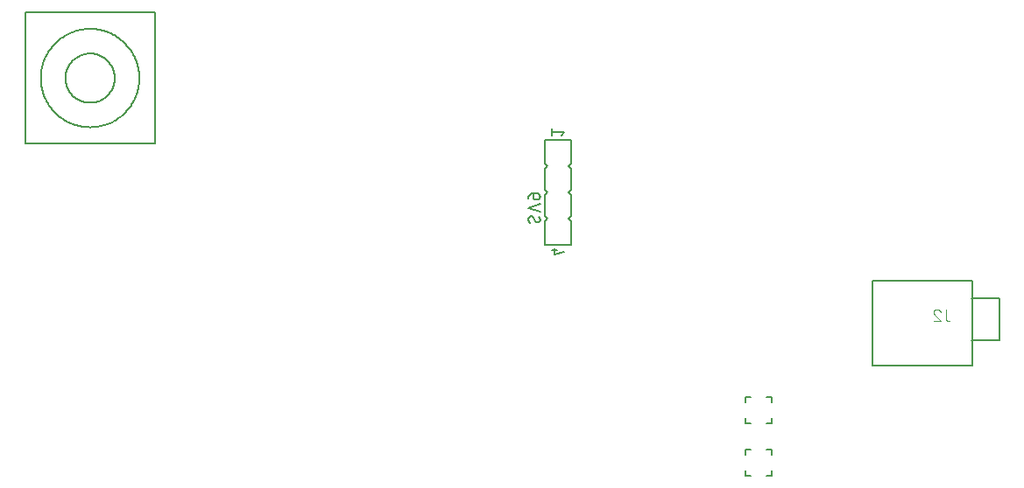
<source format=gbr>
G04 EAGLE Gerber RS-274X export*
G75*
%MOMM*%
%FSLAX34Y34*%
%LPD*%
%INSilkscreen Bottom*%
%IPPOS*%
%AMOC8*
5,1,8,0,0,1.08239X$1,22.5*%
G01*
%ADD10C,0.127000*%
%ADD11C,0.152400*%
%ADD12C,0.101600*%


D10*
X38760Y339710D02*
X38760Y466740D01*
X164440Y466740D01*
X164440Y339710D01*
X38760Y339710D01*
X77800Y402590D02*
X77807Y403174D01*
X77829Y403758D01*
X77864Y404341D01*
X77915Y404923D01*
X77979Y405503D01*
X78058Y406082D01*
X78150Y406659D01*
X78257Y407233D01*
X78378Y407805D01*
X78513Y408373D01*
X78662Y408938D01*
X78825Y409499D01*
X79001Y410056D01*
X79191Y410608D01*
X79395Y411156D01*
X79612Y411698D01*
X79842Y412235D01*
X80085Y412766D01*
X80341Y413291D01*
X80610Y413809D01*
X80892Y414321D01*
X81186Y414826D01*
X81492Y415323D01*
X81811Y415813D01*
X82141Y416294D01*
X82484Y416768D01*
X82837Y417233D01*
X83202Y417689D01*
X83578Y418136D01*
X83965Y418573D01*
X84363Y419001D01*
X84771Y419419D01*
X85189Y419827D01*
X85617Y420225D01*
X86054Y420612D01*
X86501Y420988D01*
X86957Y421353D01*
X87422Y421706D01*
X87896Y422049D01*
X88377Y422379D01*
X88867Y422698D01*
X89364Y423004D01*
X89869Y423298D01*
X90381Y423580D01*
X90899Y423849D01*
X91424Y424105D01*
X91955Y424348D01*
X92492Y424578D01*
X93034Y424795D01*
X93582Y424999D01*
X94134Y425189D01*
X94691Y425365D01*
X95252Y425528D01*
X95817Y425677D01*
X96385Y425812D01*
X96957Y425933D01*
X97531Y426040D01*
X98108Y426132D01*
X98687Y426211D01*
X99267Y426275D01*
X99849Y426326D01*
X100432Y426361D01*
X101016Y426383D01*
X101600Y426390D01*
X102184Y426383D01*
X102768Y426361D01*
X103351Y426326D01*
X103933Y426275D01*
X104513Y426211D01*
X105092Y426132D01*
X105669Y426040D01*
X106243Y425933D01*
X106815Y425812D01*
X107383Y425677D01*
X107948Y425528D01*
X108509Y425365D01*
X109066Y425189D01*
X109618Y424999D01*
X110166Y424795D01*
X110708Y424578D01*
X111245Y424348D01*
X111776Y424105D01*
X112301Y423849D01*
X112819Y423580D01*
X113331Y423298D01*
X113836Y423004D01*
X114333Y422698D01*
X114823Y422379D01*
X115304Y422049D01*
X115778Y421706D01*
X116243Y421353D01*
X116699Y420988D01*
X117146Y420612D01*
X117583Y420225D01*
X118011Y419827D01*
X118429Y419419D01*
X118837Y419001D01*
X119235Y418573D01*
X119622Y418136D01*
X119998Y417689D01*
X120363Y417233D01*
X120716Y416768D01*
X121059Y416294D01*
X121389Y415813D01*
X121708Y415323D01*
X122014Y414826D01*
X122308Y414321D01*
X122590Y413809D01*
X122859Y413291D01*
X123115Y412766D01*
X123358Y412235D01*
X123588Y411698D01*
X123805Y411156D01*
X124009Y410608D01*
X124199Y410056D01*
X124375Y409499D01*
X124538Y408938D01*
X124687Y408373D01*
X124822Y407805D01*
X124943Y407233D01*
X125050Y406659D01*
X125142Y406082D01*
X125221Y405503D01*
X125285Y404923D01*
X125336Y404341D01*
X125371Y403758D01*
X125393Y403174D01*
X125400Y402590D01*
X125393Y402006D01*
X125371Y401422D01*
X125336Y400839D01*
X125285Y400257D01*
X125221Y399677D01*
X125142Y399098D01*
X125050Y398521D01*
X124943Y397947D01*
X124822Y397375D01*
X124687Y396807D01*
X124538Y396242D01*
X124375Y395681D01*
X124199Y395124D01*
X124009Y394572D01*
X123805Y394024D01*
X123588Y393482D01*
X123358Y392945D01*
X123115Y392414D01*
X122859Y391889D01*
X122590Y391371D01*
X122308Y390859D01*
X122014Y390354D01*
X121708Y389857D01*
X121389Y389367D01*
X121059Y388886D01*
X120716Y388412D01*
X120363Y387947D01*
X119998Y387491D01*
X119622Y387044D01*
X119235Y386607D01*
X118837Y386179D01*
X118429Y385761D01*
X118011Y385353D01*
X117583Y384955D01*
X117146Y384568D01*
X116699Y384192D01*
X116243Y383827D01*
X115778Y383474D01*
X115304Y383131D01*
X114823Y382801D01*
X114333Y382482D01*
X113836Y382176D01*
X113331Y381882D01*
X112819Y381600D01*
X112301Y381331D01*
X111776Y381075D01*
X111245Y380832D01*
X110708Y380602D01*
X110166Y380385D01*
X109618Y380181D01*
X109066Y379991D01*
X108509Y379815D01*
X107948Y379652D01*
X107383Y379503D01*
X106815Y379368D01*
X106243Y379247D01*
X105669Y379140D01*
X105092Y379048D01*
X104513Y378969D01*
X103933Y378905D01*
X103351Y378854D01*
X102768Y378819D01*
X102184Y378797D01*
X101600Y378790D01*
X101016Y378797D01*
X100432Y378819D01*
X99849Y378854D01*
X99267Y378905D01*
X98687Y378969D01*
X98108Y379048D01*
X97531Y379140D01*
X96957Y379247D01*
X96385Y379368D01*
X95817Y379503D01*
X95252Y379652D01*
X94691Y379815D01*
X94134Y379991D01*
X93582Y380181D01*
X93034Y380385D01*
X92492Y380602D01*
X91955Y380832D01*
X91424Y381075D01*
X90899Y381331D01*
X90381Y381600D01*
X89869Y381882D01*
X89364Y382176D01*
X88867Y382482D01*
X88377Y382801D01*
X87896Y383131D01*
X87422Y383474D01*
X86957Y383827D01*
X86501Y384192D01*
X86054Y384568D01*
X85617Y384955D01*
X85189Y385353D01*
X84771Y385761D01*
X84363Y386179D01*
X83965Y386607D01*
X83578Y387044D01*
X83202Y387491D01*
X82837Y387947D01*
X82484Y388412D01*
X82141Y388886D01*
X81811Y389367D01*
X81492Y389857D01*
X81186Y390354D01*
X80892Y390859D01*
X80610Y391371D01*
X80341Y391889D01*
X80085Y392414D01*
X79842Y392945D01*
X79612Y393482D01*
X79395Y394024D01*
X79191Y394572D01*
X79001Y395124D01*
X78825Y395681D01*
X78662Y396242D01*
X78513Y396807D01*
X78378Y397375D01*
X78257Y397947D01*
X78150Y398521D01*
X78058Y399098D01*
X77979Y399677D01*
X77915Y400257D01*
X77864Y400839D01*
X77829Y401422D01*
X77807Y402006D01*
X77800Y402590D01*
X54000Y402590D02*
X54014Y403758D01*
X54057Y404926D01*
X54129Y406092D01*
X54229Y407256D01*
X54358Y408417D01*
X54515Y409574D01*
X54701Y410728D01*
X54915Y411876D01*
X55157Y413019D01*
X55427Y414156D01*
X55724Y415286D01*
X56050Y416408D01*
X56402Y417521D01*
X56783Y418626D01*
X57190Y419721D01*
X57623Y420806D01*
X58084Y421879D01*
X58570Y422942D01*
X59083Y423991D01*
X59621Y425028D01*
X60184Y426052D01*
X60772Y427061D01*
X61385Y428056D01*
X62022Y429035D01*
X62683Y429998D01*
X63367Y430945D01*
X64075Y431875D01*
X64805Y432787D01*
X65557Y433681D01*
X66331Y434556D01*
X67126Y435412D01*
X67942Y436248D01*
X68778Y437064D01*
X69634Y437859D01*
X70509Y438633D01*
X71403Y439385D01*
X72315Y440115D01*
X73245Y440823D01*
X74192Y441507D01*
X75155Y442168D01*
X76134Y442805D01*
X77129Y443418D01*
X78138Y444006D01*
X79162Y444569D01*
X80199Y445107D01*
X81248Y445620D01*
X82311Y446106D01*
X83384Y446567D01*
X84469Y447000D01*
X85564Y447407D01*
X86669Y447788D01*
X87782Y448140D01*
X88904Y448466D01*
X90034Y448763D01*
X91171Y449033D01*
X92314Y449275D01*
X93462Y449489D01*
X94616Y449675D01*
X95773Y449832D01*
X96934Y449961D01*
X98098Y450061D01*
X99264Y450133D01*
X100432Y450176D01*
X101600Y450190D01*
X102768Y450176D01*
X103936Y450133D01*
X105102Y450061D01*
X106266Y449961D01*
X107427Y449832D01*
X108584Y449675D01*
X109738Y449489D01*
X110886Y449275D01*
X112029Y449033D01*
X113166Y448763D01*
X114296Y448466D01*
X115418Y448140D01*
X116531Y447788D01*
X117636Y447407D01*
X118731Y447000D01*
X119816Y446567D01*
X120889Y446106D01*
X121952Y445620D01*
X123001Y445107D01*
X124038Y444569D01*
X125062Y444006D01*
X126071Y443418D01*
X127066Y442805D01*
X128045Y442168D01*
X129008Y441507D01*
X129955Y440823D01*
X130885Y440115D01*
X131797Y439385D01*
X132691Y438633D01*
X133566Y437859D01*
X134422Y437064D01*
X135258Y436248D01*
X136074Y435412D01*
X136869Y434556D01*
X137643Y433681D01*
X138395Y432787D01*
X139125Y431875D01*
X139833Y430945D01*
X140517Y429998D01*
X141178Y429035D01*
X141815Y428056D01*
X142428Y427061D01*
X143016Y426052D01*
X143579Y425028D01*
X144117Y423991D01*
X144630Y422942D01*
X145116Y421879D01*
X145577Y420806D01*
X146010Y419721D01*
X146417Y418626D01*
X146798Y417521D01*
X147150Y416408D01*
X147476Y415286D01*
X147773Y414156D01*
X148043Y413019D01*
X148285Y411876D01*
X148499Y410728D01*
X148685Y409574D01*
X148842Y408417D01*
X148971Y407256D01*
X149071Y406092D01*
X149143Y404926D01*
X149186Y403758D01*
X149200Y402590D01*
X149186Y401422D01*
X149143Y400254D01*
X149071Y399088D01*
X148971Y397924D01*
X148842Y396763D01*
X148685Y395606D01*
X148499Y394452D01*
X148285Y393304D01*
X148043Y392161D01*
X147773Y391024D01*
X147476Y389894D01*
X147150Y388772D01*
X146798Y387659D01*
X146417Y386554D01*
X146010Y385459D01*
X145577Y384374D01*
X145116Y383301D01*
X144630Y382238D01*
X144117Y381189D01*
X143579Y380152D01*
X143016Y379128D01*
X142428Y378119D01*
X141815Y377124D01*
X141178Y376145D01*
X140517Y375182D01*
X139833Y374235D01*
X139125Y373305D01*
X138395Y372393D01*
X137643Y371499D01*
X136869Y370624D01*
X136074Y369768D01*
X135258Y368932D01*
X134422Y368116D01*
X133566Y367321D01*
X132691Y366547D01*
X131797Y365795D01*
X130885Y365065D01*
X129955Y364357D01*
X129008Y363673D01*
X128045Y363012D01*
X127066Y362375D01*
X126071Y361762D01*
X125062Y361174D01*
X124038Y360611D01*
X123001Y360073D01*
X121952Y359560D01*
X120889Y359074D01*
X119816Y358613D01*
X118731Y358180D01*
X117636Y357773D01*
X116531Y357392D01*
X115418Y357040D01*
X114296Y356714D01*
X113166Y356417D01*
X112029Y356147D01*
X110886Y355905D01*
X109738Y355691D01*
X108584Y355505D01*
X107427Y355348D01*
X106266Y355219D01*
X105102Y355119D01*
X103936Y355047D01*
X102768Y355004D01*
X101600Y354990D01*
X100432Y355004D01*
X99264Y355047D01*
X98098Y355119D01*
X96934Y355219D01*
X95773Y355348D01*
X94616Y355505D01*
X93462Y355691D01*
X92314Y355905D01*
X91171Y356147D01*
X90034Y356417D01*
X88904Y356714D01*
X87782Y357040D01*
X86669Y357392D01*
X85564Y357773D01*
X84469Y358180D01*
X83384Y358613D01*
X82311Y359074D01*
X81248Y359560D01*
X80199Y360073D01*
X79162Y360611D01*
X78138Y361174D01*
X77129Y361762D01*
X76134Y362375D01*
X75155Y363012D01*
X74192Y363673D01*
X73245Y364357D01*
X72315Y365065D01*
X71403Y365795D01*
X70509Y366547D01*
X69634Y367321D01*
X68778Y368116D01*
X67942Y368932D01*
X67126Y369768D01*
X66331Y370624D01*
X65557Y371499D01*
X64805Y372393D01*
X64075Y373305D01*
X63367Y374235D01*
X62683Y375182D01*
X62022Y376145D01*
X61385Y377124D01*
X60772Y378119D01*
X60184Y379128D01*
X59621Y380152D01*
X59083Y381189D01*
X58570Y382238D01*
X58084Y383301D01*
X57623Y384374D01*
X57190Y385459D01*
X56783Y386554D01*
X56402Y387659D01*
X56050Y388772D01*
X55724Y389894D01*
X55427Y391024D01*
X55157Y392161D01*
X54915Y393304D01*
X54701Y394452D01*
X54515Y395606D01*
X54358Y396763D01*
X54229Y397924D01*
X54129Y399088D01*
X54057Y400254D01*
X54014Y401422D01*
X54000Y402590D01*
D11*
X760730Y22860D02*
X760730Y17780D01*
X755650Y17780D01*
X740410Y17780D02*
X735330Y17780D01*
X735330Y22860D01*
X735330Y38100D02*
X735330Y43180D01*
X740410Y43180D01*
X755650Y43180D02*
X760730Y43180D01*
X760730Y38100D01*
X760730Y68580D02*
X760730Y73660D01*
X760730Y68580D02*
X755650Y68580D01*
X740410Y68580D02*
X735330Y68580D01*
X735330Y73660D01*
X735330Y88900D02*
X735330Y93980D01*
X740410Y93980D01*
X755650Y93980D02*
X760730Y93980D01*
X760730Y88900D01*
D10*
X954160Y124150D02*
X954160Y206050D01*
X954160Y124150D02*
X858130Y124150D01*
X858130Y206050D01*
X954160Y206050D01*
X953770Y189230D02*
X980440Y189230D01*
X980440Y148590D01*
X953770Y148590D01*
D12*
X928817Y169794D02*
X928817Y178882D01*
X928818Y169794D02*
X928820Y169695D01*
X928826Y169595D01*
X928835Y169496D01*
X928848Y169398D01*
X928865Y169300D01*
X928886Y169202D01*
X928911Y169106D01*
X928939Y169011D01*
X928971Y168917D01*
X929006Y168824D01*
X929045Y168732D01*
X929088Y168642D01*
X929133Y168554D01*
X929183Y168467D01*
X929235Y168383D01*
X929291Y168300D01*
X929349Y168220D01*
X929411Y168142D01*
X929476Y168067D01*
X929544Y167994D01*
X929614Y167924D01*
X929687Y167856D01*
X929762Y167791D01*
X929840Y167729D01*
X929920Y167671D01*
X930003Y167615D01*
X930087Y167563D01*
X930174Y167513D01*
X930262Y167468D01*
X930352Y167425D01*
X930444Y167386D01*
X930537Y167351D01*
X930631Y167319D01*
X930726Y167291D01*
X930822Y167266D01*
X930920Y167245D01*
X931018Y167228D01*
X931116Y167215D01*
X931215Y167206D01*
X931315Y167200D01*
X931414Y167198D01*
X932712Y167198D01*
X919974Y178882D02*
X919867Y178880D01*
X919761Y178874D01*
X919655Y178864D01*
X919549Y178851D01*
X919443Y178833D01*
X919339Y178812D01*
X919235Y178787D01*
X919132Y178758D01*
X919031Y178726D01*
X918931Y178689D01*
X918832Y178649D01*
X918734Y178606D01*
X918638Y178559D01*
X918544Y178508D01*
X918452Y178454D01*
X918362Y178397D01*
X918274Y178337D01*
X918189Y178273D01*
X918106Y178206D01*
X918025Y178136D01*
X917947Y178064D01*
X917871Y177988D01*
X917799Y177910D01*
X917729Y177829D01*
X917662Y177746D01*
X917598Y177661D01*
X917538Y177573D01*
X917481Y177483D01*
X917427Y177391D01*
X917376Y177297D01*
X917329Y177201D01*
X917286Y177103D01*
X917246Y177004D01*
X917209Y176904D01*
X917177Y176803D01*
X917148Y176700D01*
X917123Y176596D01*
X917102Y176492D01*
X917084Y176386D01*
X917071Y176280D01*
X917061Y176174D01*
X917055Y176068D01*
X917053Y175961D01*
X919974Y178882D02*
X920095Y178880D01*
X920216Y178874D01*
X920336Y178864D01*
X920457Y178851D01*
X920576Y178833D01*
X920696Y178812D01*
X920814Y178787D01*
X920931Y178758D01*
X921048Y178725D01*
X921163Y178689D01*
X921277Y178648D01*
X921390Y178605D01*
X921502Y178557D01*
X921611Y178506D01*
X921719Y178451D01*
X921826Y178393D01*
X921930Y178332D01*
X922032Y178267D01*
X922132Y178199D01*
X922230Y178128D01*
X922326Y178054D01*
X922419Y177977D01*
X922509Y177896D01*
X922597Y177813D01*
X922682Y177727D01*
X922765Y177638D01*
X922844Y177547D01*
X922921Y177453D01*
X922994Y177357D01*
X923064Y177259D01*
X923131Y177158D01*
X923195Y177055D01*
X923256Y176950D01*
X923313Y176843D01*
X923366Y176735D01*
X923416Y176625D01*
X923462Y176513D01*
X923505Y176400D01*
X923544Y176285D01*
X918027Y173689D02*
X917948Y173767D01*
X917872Y173847D01*
X917799Y173930D01*
X917729Y174016D01*
X917662Y174103D01*
X917598Y174194D01*
X917538Y174286D01*
X917480Y174380D01*
X917426Y174477D01*
X917376Y174575D01*
X917329Y174675D01*
X917285Y174776D01*
X917245Y174879D01*
X917209Y174984D01*
X917177Y175089D01*
X917148Y175196D01*
X917123Y175303D01*
X917101Y175412D01*
X917084Y175521D01*
X917070Y175630D01*
X917061Y175740D01*
X917055Y175851D01*
X917053Y175961D01*
X918027Y173689D02*
X923544Y167198D01*
X917053Y167198D01*
D11*
X566420Y342900D02*
X541020Y342900D01*
X566420Y342900D02*
X566420Y320040D01*
X563880Y317500D01*
X566420Y314960D01*
X566420Y294640D01*
X563880Y292100D01*
X566420Y289560D01*
X566420Y269240D01*
X563880Y266700D01*
X566420Y264160D01*
X566420Y241300D02*
X541020Y241300D01*
X541020Y264160D02*
X543560Y266700D01*
X541020Y269240D01*
X541020Y289560D01*
X543560Y292100D01*
X541020Y294640D01*
X541020Y314960D01*
X543560Y317500D01*
X541020Y320040D01*
X541020Y342900D01*
D10*
X556895Y347345D02*
X559435Y350520D01*
X548005Y350520D01*
X548005Y347345D02*
X548005Y353695D01*
X559435Y234315D02*
X550545Y231775D01*
X550545Y238125D01*
X553085Y236220D02*
X548005Y236220D01*
D11*
X566420Y241300D02*
X566420Y264160D01*
X541020Y264160D02*
X541020Y241300D01*
D10*
X525145Y266446D02*
X525147Y266546D01*
X525153Y266645D01*
X525163Y266745D01*
X525176Y266843D01*
X525194Y266942D01*
X525215Y267039D01*
X525240Y267135D01*
X525269Y267231D01*
X525302Y267325D01*
X525338Y267418D01*
X525378Y267509D01*
X525422Y267599D01*
X525469Y267687D01*
X525519Y267773D01*
X525573Y267857D01*
X525630Y267939D01*
X525690Y268018D01*
X525754Y268096D01*
X525820Y268170D01*
X525889Y268242D01*
X525961Y268311D01*
X526035Y268377D01*
X526113Y268441D01*
X526192Y268501D01*
X526274Y268558D01*
X526358Y268612D01*
X526444Y268662D01*
X526532Y268709D01*
X526622Y268753D01*
X526713Y268793D01*
X526806Y268829D01*
X526900Y268862D01*
X526996Y268891D01*
X527092Y268916D01*
X527189Y268937D01*
X527288Y268955D01*
X527386Y268968D01*
X527486Y268978D01*
X527585Y268984D01*
X527685Y268986D01*
X525145Y266446D02*
X525147Y266305D01*
X525152Y266164D01*
X525162Y266023D01*
X525175Y265882D01*
X525191Y265742D01*
X525212Y265602D01*
X525236Y265463D01*
X525264Y265324D01*
X525295Y265187D01*
X525330Y265050D01*
X525368Y264914D01*
X525410Y264779D01*
X525456Y264646D01*
X525505Y264513D01*
X525558Y264382D01*
X525614Y264253D01*
X525673Y264124D01*
X525736Y263998D01*
X525802Y263873D01*
X525871Y263750D01*
X525944Y263629D01*
X526020Y263510D01*
X526099Y263392D01*
X526180Y263277D01*
X526265Y263165D01*
X526353Y263054D01*
X526444Y262946D01*
X526537Y262840D01*
X526634Y262737D01*
X526733Y262636D01*
X534035Y262954D02*
X534135Y262956D01*
X534234Y262962D01*
X534334Y262972D01*
X534432Y262985D01*
X534531Y263003D01*
X534628Y263024D01*
X534724Y263049D01*
X534820Y263078D01*
X534914Y263111D01*
X535007Y263147D01*
X535098Y263187D01*
X535188Y263231D01*
X535276Y263278D01*
X535362Y263328D01*
X535446Y263382D01*
X535528Y263439D01*
X535607Y263499D01*
X535685Y263563D01*
X535759Y263629D01*
X535831Y263698D01*
X535900Y263770D01*
X535966Y263844D01*
X536030Y263922D01*
X536090Y264001D01*
X536147Y264083D01*
X536201Y264167D01*
X536251Y264253D01*
X536298Y264341D01*
X536342Y264431D01*
X536382Y264522D01*
X536418Y264615D01*
X536451Y264709D01*
X536480Y264805D01*
X536505Y264901D01*
X536526Y264998D01*
X536544Y265097D01*
X536557Y265195D01*
X536567Y265295D01*
X536573Y265394D01*
X536575Y265494D01*
X536576Y265494D02*
X536574Y265627D01*
X536569Y265760D01*
X536559Y265893D01*
X536546Y266026D01*
X536529Y266158D01*
X536509Y266290D01*
X536485Y266421D01*
X536457Y266551D01*
X536426Y266681D01*
X536391Y266809D01*
X536352Y266937D01*
X536310Y267063D01*
X536264Y267188D01*
X536215Y267312D01*
X536163Y267435D01*
X536107Y267556D01*
X536047Y267675D01*
X535985Y267793D01*
X535919Y267908D01*
X535850Y268022D01*
X535777Y268134D01*
X535702Y268244D01*
X535623Y268352D01*
X531812Y264223D02*
X531864Y264139D01*
X531919Y264056D01*
X531978Y263976D01*
X532039Y263898D01*
X532103Y263823D01*
X532171Y263750D01*
X532241Y263679D01*
X532313Y263612D01*
X532388Y263547D01*
X532466Y263485D01*
X532546Y263426D01*
X532628Y263370D01*
X532712Y263318D01*
X532798Y263269D01*
X532886Y263223D01*
X532976Y263180D01*
X533067Y263141D01*
X533160Y263106D01*
X533254Y263074D01*
X533349Y263046D01*
X533445Y263021D01*
X533542Y263001D01*
X533640Y262983D01*
X533738Y262970D01*
X533837Y262961D01*
X533936Y262955D01*
X534035Y262953D01*
X529908Y267716D02*
X529856Y267800D01*
X529801Y267883D01*
X529742Y267963D01*
X529681Y268041D01*
X529617Y268116D01*
X529549Y268189D01*
X529479Y268260D01*
X529407Y268327D01*
X529332Y268392D01*
X529254Y268454D01*
X529174Y268513D01*
X529092Y268569D01*
X529008Y268621D01*
X528922Y268670D01*
X528834Y268716D01*
X528744Y268759D01*
X528653Y268798D01*
X528560Y268833D01*
X528466Y268865D01*
X528371Y268893D01*
X528275Y268918D01*
X528178Y268938D01*
X528080Y268956D01*
X527982Y268969D01*
X527883Y268978D01*
X527784Y268984D01*
X527685Y268986D01*
X529908Y267716D02*
X531813Y264224D01*
X536575Y273050D02*
X525145Y276860D01*
X536575Y280670D01*
X530225Y287655D02*
X530225Y291465D01*
X530225Y287655D02*
X530227Y287555D01*
X530233Y287456D01*
X530243Y287356D01*
X530256Y287258D01*
X530274Y287159D01*
X530295Y287062D01*
X530320Y286966D01*
X530349Y286870D01*
X530382Y286776D01*
X530418Y286683D01*
X530458Y286592D01*
X530502Y286502D01*
X530549Y286414D01*
X530599Y286328D01*
X530653Y286244D01*
X530710Y286162D01*
X530770Y286083D01*
X530834Y286005D01*
X530900Y285931D01*
X530969Y285859D01*
X531041Y285790D01*
X531115Y285724D01*
X531193Y285660D01*
X531272Y285600D01*
X531354Y285543D01*
X531438Y285489D01*
X531524Y285439D01*
X531612Y285392D01*
X531702Y285348D01*
X531793Y285308D01*
X531886Y285272D01*
X531980Y285239D01*
X532076Y285210D01*
X532172Y285185D01*
X532269Y285164D01*
X532368Y285146D01*
X532466Y285133D01*
X532566Y285123D01*
X532665Y285117D01*
X532765Y285115D01*
X533400Y285115D01*
X533511Y285117D01*
X533621Y285123D01*
X533732Y285132D01*
X533842Y285146D01*
X533951Y285163D01*
X534060Y285184D01*
X534168Y285209D01*
X534275Y285238D01*
X534381Y285270D01*
X534486Y285306D01*
X534589Y285346D01*
X534691Y285389D01*
X534792Y285436D01*
X534891Y285487D01*
X534988Y285540D01*
X535082Y285597D01*
X535175Y285658D01*
X535266Y285721D01*
X535355Y285788D01*
X535441Y285858D01*
X535524Y285931D01*
X535606Y286006D01*
X535684Y286084D01*
X535759Y286166D01*
X535832Y286249D01*
X535902Y286335D01*
X535969Y286424D01*
X536032Y286515D01*
X536093Y286608D01*
X536150Y286702D01*
X536203Y286799D01*
X536254Y286898D01*
X536301Y286999D01*
X536344Y287101D01*
X536384Y287204D01*
X536420Y287309D01*
X536452Y287415D01*
X536481Y287522D01*
X536506Y287630D01*
X536527Y287739D01*
X536544Y287848D01*
X536558Y287958D01*
X536567Y288069D01*
X536573Y288179D01*
X536575Y288290D01*
X536573Y288401D01*
X536567Y288511D01*
X536558Y288622D01*
X536544Y288732D01*
X536527Y288841D01*
X536506Y288950D01*
X536481Y289058D01*
X536452Y289165D01*
X536420Y289271D01*
X536384Y289376D01*
X536344Y289479D01*
X536301Y289581D01*
X536254Y289682D01*
X536203Y289781D01*
X536150Y289877D01*
X536093Y289972D01*
X536032Y290065D01*
X535969Y290156D01*
X535902Y290245D01*
X535832Y290331D01*
X535759Y290414D01*
X535684Y290496D01*
X535606Y290574D01*
X535524Y290649D01*
X535441Y290722D01*
X535355Y290792D01*
X535266Y290859D01*
X535175Y290922D01*
X535082Y290983D01*
X534988Y291040D01*
X534891Y291093D01*
X534792Y291144D01*
X534691Y291191D01*
X534589Y291234D01*
X534486Y291274D01*
X534381Y291310D01*
X534275Y291342D01*
X534168Y291371D01*
X534060Y291396D01*
X533951Y291417D01*
X533842Y291434D01*
X533732Y291448D01*
X533621Y291457D01*
X533511Y291463D01*
X533400Y291465D01*
X530225Y291465D01*
X530085Y291463D01*
X529945Y291457D01*
X529805Y291448D01*
X529666Y291434D01*
X529527Y291417D01*
X529389Y291396D01*
X529251Y291371D01*
X529114Y291342D01*
X528978Y291310D01*
X528843Y291273D01*
X528709Y291233D01*
X528576Y291190D01*
X528444Y291142D01*
X528313Y291092D01*
X528184Y291037D01*
X528057Y290979D01*
X527931Y290918D01*
X527807Y290853D01*
X527685Y290784D01*
X527565Y290713D01*
X527447Y290638D01*
X527330Y290560D01*
X527216Y290478D01*
X527105Y290394D01*
X526996Y290306D01*
X526889Y290216D01*
X526784Y290122D01*
X526683Y290026D01*
X526584Y289927D01*
X526488Y289826D01*
X526394Y289721D01*
X526304Y289614D01*
X526216Y289505D01*
X526132Y289394D01*
X526050Y289280D01*
X525972Y289163D01*
X525897Y289045D01*
X525826Y288925D01*
X525757Y288803D01*
X525692Y288679D01*
X525631Y288553D01*
X525573Y288426D01*
X525518Y288297D01*
X525468Y288166D01*
X525420Y288034D01*
X525377Y287901D01*
X525337Y287767D01*
X525300Y287632D01*
X525268Y287496D01*
X525239Y287359D01*
X525214Y287221D01*
X525193Y287083D01*
X525176Y286944D01*
X525162Y286805D01*
X525153Y286665D01*
X525147Y286525D01*
X525145Y286385D01*
M02*

</source>
